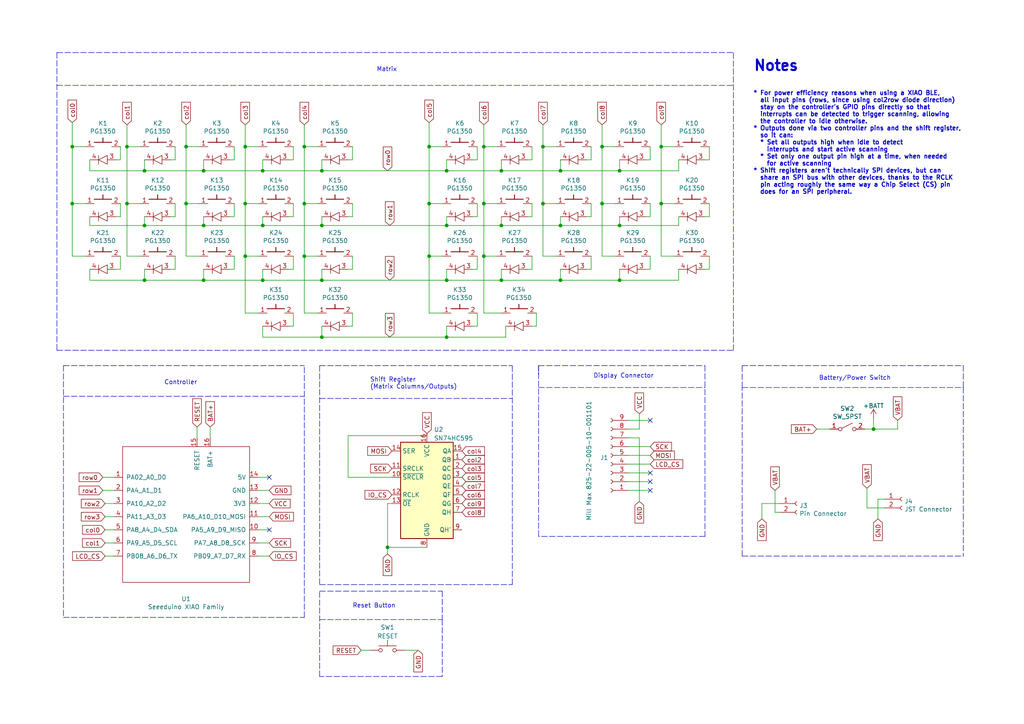
<source format=kicad_sch>
(kicad_sch (version 20211123) (generator eeschema)
  (paper "A4")
  (title_block (title "Zaphod Lite") (date "2022-06-24") (rev "v0.1"))
  (lib_symbols
    (symbol "74xx:74HC595"
      (property "Reference" "U" (at -7.62 13.97 0))
      (property "Value" "74HC595" (at -7.62 -16.51 0))
      (symbol "74HC595_1_0"
        (pin tri_state line (at 10.16 7.62 180) (length 2.54) (name "QB") (number "1"))
        (pin input line (at -10.16 2.54 0) (length 2.54) (name "~{SRCLR}") (number "10"))
        (pin input line (at -10.16 5.08 0) (length 2.54) (name "SRCLK") (number "11"))
        (pin input line (at -10.16 -2.54 0) (length 2.54) (name "RCLK") (number "12"))
        (pin input line (at -10.16 -5.08 0) (length 2.54) (name "~{OE}") (number "13"))
        (pin input line (at -10.16 10.16 0) (length 2.54) (name "SER") (number "14"))
        (pin tri_state line (at 10.16 10.16 180) (length 2.54) (name "QA") (number "15"))
        (pin power_in line (at 0 15.24 270) (length 2.54) (name "VCC") (number "16"))
        (pin tri_state line (at 10.16 5.08 180) (length 2.54) (name "QC") (number "2"))
        (pin tri_state line (at 10.16 2.54 180) (length 2.54) (name "QD") (number "3"))
        (pin tri_state line (at 10.16 0 180) (length 2.54) (name "QE") (number "4"))
        (pin tri_state line (at 10.16 -2.54 180) (length 2.54) (name "QF") (number "5"))
        (pin tri_state line (at 10.16 -5.08 180) (length 2.54) (name "QG") (number "6"))
        (pin tri_state line (at 10.16 -7.62 180) (length 2.54) (name "QH") (number "7"))
        (pin power_in line (at 0 -17.78 90) (length 2.54) (name "GND") (number "8"))
        (pin output line (at 10.16 -12.7 180) (length 2.54) (name "QH'") (number "9"))
      )
      (symbol "74HC595_1_1"
        (rectangle (start -7.62 12.7) (end 7.62 -15.24) (stroke (width 0.254)) (fill (type background)))
      )
    )
    (symbol "Connector:Conn_01x02_Female" (pin_names (offset 1.016) hide)
      (property "Reference" "J" (at 0 2.54 0))
      (property "Value" "Conn_01x02_Female" (at 0 -5.08 0))
      (symbol "Conn_01x02_Female_1_1"
        (arc (start 0 -2.032) (mid -0.508 -2.54) (end 0 -3.048) (stroke (width 0.1524)))
        (polyline (pts (xy -1.27 -2.54) (xy -0.508 -2.54)) (stroke (width 0.1524)))
        (polyline (pts (xy -1.27 0) (xy -0.508 0)) (stroke (width 0.1524)))
        (arc (start 0 0.508) (mid -0.508 0) (end 0 -0.508) (stroke (width 0.1524)))
        (pin passive line (at -5.08 0 0) (length 3.81) (name "Pin_1") (number "1"))
        (pin passive line (at -5.08 -2.54 0) (length 3.81) (name "Pin_2") (number "2"))
      )
    )
    (symbol "Connector:Conn_01x09_Female" (pin_names (offset 1.016) hide)
      (property "Reference" "J" (at 0 12.7 0))
      (property "Value" "Conn_01x09_Female" (at 0 -12.7 0))
      (symbol "Conn_01x09_Female_1_1"
        (arc (start 0 -9.652) (mid -0.508 -10.16) (end 0 -10.668) (stroke (width 0.1524)))
        (arc (start 0 -7.112) (mid -0.508 -7.62) (end 0 -8.128) (stroke (width 0.1524)))
        (arc (start 0 -4.572) (mid -0.508 -5.08) (end 0 -5.588) (stroke (width 0.1524)))
        (arc (start 0 -2.032) (mid -0.508 -2.54) (end 0 -3.048) (stroke (width 0.1524)))
        (polyline (pts (xy -1.27 -10.16) (xy -0.508 -10.16)) (stroke (width 0.1524)))
        (polyline (pts (xy -1.27 -7.62) (xy -0.508 -7.62)) (stroke (width 0.1524)))
        (polyline (pts (xy -1.27 -5.08) (xy -0.508 -5.08)) (stroke (width 0.1524)))
        (polyline (pts (xy -1.27 -2.54) (xy -0.508 -2.54)) (stroke (width 0.1524)))
        (polyline (pts (xy -1.27 0) (xy -0.508 0)) (stroke (width 0.1524)))
        (polyline (pts (xy -1.27 2.54) (xy -0.508 2.54)) (stroke (width 0.1524)))
        (polyline (pts (xy -1.27 5.08) (xy -0.508 5.08)) (stroke (width 0.1524)))
        (polyline (pts (xy -1.27 7.62) (xy -0.508 7.62)) (stroke (width 0.1524)))
        (polyline (pts (xy -1.27 10.16) (xy -0.508 10.16)) (stroke (width 0.1524)))
        (arc (start 0 0.508) (mid -0.508 0) (end 0 -0.508) (stroke (width 0.1524)))
        (arc (start 0 3.048) (mid -0.508 2.54) (end 0 2.032) (stroke (width 0.1524)))
        (arc (start 0 5.588) (mid -0.508 5.08) (end 0 4.572) (stroke (width 0.1524)))
        (arc (start 0 8.128) (mid -0.508 7.62) (end 0 7.112) (stroke (width 0.1524)))
        (arc (start 0 10.668) (mid -0.508 10.16) (end 0 9.652) (stroke (width 0.1524)))
        (pin passive line (at -5.08 10.16 0) (length 3.81) (name "Pin_1") (number "1"))
        (pin passive line (at -5.08 7.62 0) (length 3.81) (name "Pin_2") (number "2"))
        (pin passive line (at -5.08 5.08 0) (length 3.81) (name "Pin_3") (number "3"))
        (pin passive line (at -5.08 2.54 0) (length 3.81) (name "Pin_4") (number "4"))
        (pin passive line (at -5.08 0 0) (length 3.81) (name "Pin_5") (number "5"))
        (pin passive line (at -5.08 -2.54 0) (length 3.81) (name "Pin_6") (number "6"))
        (pin passive line (at -5.08 -5.08 0) (length 3.81) (name "Pin_7") (number "7"))
        (pin passive line (at -5.08 -7.62 0) (length 3.81) (name "Pin_8") (number "8"))
        (pin passive line (at -5.08 -10.16 0) (length 3.81) (name "Pin_9") (number "9"))
      )
    )
    (symbol "Seeeduino_XIAO:SeeeduinoXIAO_BLE" (pin_names (offset 1.016))
      (property "Reference" "U1" (at -0.635 -23.8506 0))
      (property "Value" "SeeeduinoXIAO_BLE" (at -0.635 -26.162 0))
      (symbol "SeeeduinoXIAO_BLE_0_1"
        (rectangle (start -19.05 20.32) (end 17.78 -19.05))
      )
      (symbol "SeeeduinoXIAO_BLE_1_1"
        (pin bidirectional line (at -21.59 11.43 0) (length 2.54) (name "PA02_A0_D0") (number "1"))
        (pin bidirectional line (at 20.32 -3.81 180) (length 2.54) (name "PA5_A9_D9_MISO") (number "10"))
        (pin bidirectional line (at 20.32 0 180) (length 2.54) (name "PA6_A10_D10_MOSI") (number "11"))
        (pin power_out line (at 20.32 3.81 180) (length 2.54) (name "3V3") (number "12"))
        (pin power_out line (at 20.32 7.62 180) (length 2.54) (name "GND") (number "13"))
        (pin power_out line (at 20.32 11.43 180) (length 2.54) (name "5V") (number "14"))
        (pin input line (at 2.54 22.86 270) (length 2.54) (name "RESET") (number "15"))
        (pin power_in line (at 6.35 22.86 270) (length 2.54) (name "BAT+") (number "16"))
        (pin bidirectional line (at -21.59 7.62 0) (length 2.54) (name "PA4_A1_D1") (number "2"))
        (pin bidirectional line (at -21.59 3.81 0) (length 2.54) (name "PA10_A2_D2") (number "3"))
        (pin unspecified line (at -21.59 0 0) (length 2.54) (name "PA11_A3_D3") (number "4"))
        (pin bidirectional line (at -21.59 -3.81 0) (length 2.54) (name "PA8_A4_D4_SDA") (number "5"))
        (pin bidirectional line (at -21.59 -7.62 0) (length 2.54) (name "PA9_A5_D5_SCL") (number "6"))
        (pin bidirectional line (at -21.59 -11.43 0) (length 2.54) (name "PB08_A6_D6_TX") (number "7"))
        (pin bidirectional line (at 20.32 -11.43 180) (length 2.54) (name "PB09_A7_D7_RX") (number "8"))
        (pin bidirectional line (at 20.32 -7.62 180) (length 2.54) (name "PA7_A8_D8_SCK") (number "9"))
      )
    )
    (symbol "Switch:SW_Push" (pin_numbers hide) (pin_names (offset 1.016) hide)
      (property "Reference" "SW" (at 1.27 2.54 0))
      (property "Value" "SW_Push" (at 0 -1.524 0))
      (symbol "SW_Push_0_1"
        (circle (center -2.032 0) (radius 0.508))
        (polyline (pts (xy 0 1.27) (xy 0 3.048)))
        (polyline (pts (xy 2.54 1.27) (xy -2.54 1.27)))
        (circle (center 2.032 0) (radius 0.508))
        (pin passive line (at -5.08 0 0) (length 2.54) (name "1") (number "1"))
        (pin passive line (at 5.08 0 180) (length 2.54) (name "2") (number "2"))
      )
    )
    (symbol "Switch:SW_SPST" (pin_names (offset 0) hide)
      (property "Reference" "SW" (at 0 3.175 0))
      (property "Value" "SW_SPST" (at 0 -2.54 0))
      (symbol "SW_SPST_0_0"
        (circle (center -2.032 0) (radius 0.508))
        (polyline (pts (xy -1.524 0.254) (xy 1.524 1.778)))
        (circle (center 2.032 0) (radius 0.508))
      )
      (symbol "SW_SPST_1_1"
        (pin passive line (at -5.08 0 0) (length 2.54) (name "A") (number "1"))
        (pin passive line (at 5.08 0 180) (length 2.54) (name "B") (number "2"))
      )
    )
    (symbol "pg1350:PG1350" (pin_names (offset 1.016))
      (property "Reference" "K" (at 0 0 0))
      (property "Value" "PG1350" (at 0 -11.43 0))
      (property "LCSC" "C2099" (at 0 0 0))
      (symbol "PG1350_0_1"
        (polyline (pts (xy -2.54 -3.81) (xy 2.54 -3.81)) (stroke (width 0.254)))
        (polyline (pts (xy -1.27 -7.62) (xy -1.27 -10.16)))
        (polyline (pts (xy 0 -2.54) (xy 0 -3.81)) (stroke (width 0.254)))
        (polyline (pts (xy 1.27 -7.62) (xy 1.27 -10.16) (xy -1.27 -8.89) (xy 1.27 -7.62)))
      )
      (symbol "PG1350_1_1"
        (pin bidirectional line (at -5.08 -5.08 0) (length 2.54) (name "~") (number "1"))
        (pin bidirectional line (at 5.08 -5.08 180) (length 2.54) (name "~") (number "2"))
        (pin output line (at 3.81 -8.89 180) (length 2.54) (name "~") (number "3"))
        (pin input line (at -3.81 -8.89 0) (length 2.54) (name "~") (number "4"))
      )
    )
    (symbol "power:+BATT" (power) (pin_names (offset 0))
      (property "Value" "+BATT" (at 0 3.556 0))
      (symbol "+BATT_0_1"
        (polyline (pts (xy -0.762 1.27) (xy 0 2.54)))
        (polyline (pts (xy 0 0) (xy 0 2.54)))
        (polyline (pts (xy 0 2.54) (xy 0.762 1.27)))
      )
      (symbol "+BATT_1_1"
        (pin power_in line (at 0 0 90) (length 0) hide (name "+BATT") (number "1"))
      )
    )
  )
  (junction (at 76.2 81.28))
  (junction (at 36.83 42.545))
  (junction (at 145.415 81.28))
  (junction (at 53.975 42.545))
  (junction (at 145.415 49.53))
  (junction (at 36.83 59.055))
  (junction (at 124.46 59.055))
  (junction (at 59.055 49.53))
  (junction (at 129.54 49.53))
  (junction (at 129.54 65.405))
  (junction (at 174.625 42.545))
  (junction (at 124.46 74.295))
  (junction (at 179.705 65.405))
  (junction (at 41.91 65.405))
  (junction (at 20.955 59.055))
  (junction (at 179.705 49.53))
  (junction (at 53.975 59.055))
  (junction (at 129.54 81.28))
  (junction (at 253.365 124.46))
  (junction (at 59.055 65.405))
  (junction (at 157.48 42.545))
  (junction (at 93.345 65.405))
  (junction (at 124.46 42.545))
  (junction (at 93.345 81.28))
  (junction (at 157.48 59.055))
  (junction (at 71.12 42.545))
  (junction (at 129.54 97.79))
  (junction (at 191.77 42.545))
  (junction (at 162.56 81.28))
  (junction (at 140.335 59.055))
  (junction (at 59.055 81.28))
  (junction (at 71.12 59.055))
  (junction (at 145.415 65.405))
  (junction (at 20.955 42.545))
  (junction (at 179.705 81.28))
  (junction (at 88.265 42.545))
  (junction (at 71.12 74.295))
  (junction (at 93.345 49.53))
  (junction (at 93.345 97.79))
  (junction (at 112.395 158.75))
  (junction (at 41.91 81.28))
  (junction (at 140.335 42.545))
  (junction (at 191.77 59.055))
  (junction (at 76.2 49.53))
  (junction (at 41.91 49.53))
  (junction (at 162.56 65.405))
  (junction (at 162.56 49.53))
  (junction (at 88.265 74.295))
  (junction (at 76.2 65.405))
  (junction (at 140.335 74.295))
  (junction (at 88.265 59.055))
  (junction (at 174.625 59.055))
  (no_connect (at 188.595 139.7))
  (no_connect (at 188.595 121.92))
  (no_connect (at 78.105 153.67))
  (no_connect (at 188.595 142.24))
  (no_connect (at 78.105 138.43))
  (no_connect (at 188.595 137.16))
  (wire (pts (xy 188.595 129.54) (xy 182.245 129.54)))
  (wire (pts (xy 85.09 42.545) (xy 85.09 46.355)))
  (wire (pts (xy 129.54 78.105) (xy 129.54 81.28)))
  (wire (pts (xy 174.625 36.195) (xy 174.625 42.545)))
  (wire (pts (xy 112.395 158.75) (xy 123.825 158.75)))
  (wire (pts (xy 102.235 94.615) (xy 100.965 94.615)))
  (wire (pts (xy 140.335 59.055) (xy 140.335 74.295)))
  (wire (pts (xy 20.955 59.055) (xy 24.765 59.055)))
  (wire (pts (xy 59.055 81.28) (xy 76.2 81.28)))
  (wire (pts (xy 179.705 49.53) (xy 196.85 49.53)))
  (wire (pts (xy 26.035 78.105) (xy 26.035 81.28)))
  (wire (pts (xy 162.56 46.355) (xy 162.56 49.53)))
  (wire (pts (xy 155.575 90.805) (xy 155.575 94.615)))
  (polyline (pts (xy 156.21 106.045) (xy 156.21 108.585)))
  (wire (pts (xy 67.945 62.865) (xy 66.675 62.865)))
  (wire (pts (xy 174.625 59.055) (xy 174.625 74.295)))
  (wire (pts (xy 85.09 94.615) (xy 83.82 94.615)))
  (wire (pts (xy 112.395 158.75) (xy 112.395 160.655)))
  (wire (pts (xy 251.46 141.605) (xy 251.46 147.32)))
  (wire (pts (xy 36.83 59.055) (xy 36.83 74.295)))
  (wire (pts (xy 102.235 46.355) (xy 100.965 46.355)))
  (polyline (pts (xy 156.21 155.575) (xy 156.21 106.045)))
  (wire (pts (xy 67.945 42.545) (xy 67.945 46.355)))
  (wire (pts (xy 59.055 46.355) (xy 59.055 49.53)))
  (wire (pts (xy 179.705 81.28) (xy 196.85 81.28)))
  (wire (pts (xy 196.85 62.865) (xy 196.85 65.405)))
  (wire (pts (xy 157.48 59.055) (xy 157.48 74.295)))
  (wire (pts (xy 253.365 124.46) (xy 260.35 124.46)))
  (wire (pts (xy 71.12 90.805) (xy 74.93 90.805)))
  (wire (pts (xy 254.635 144.78) (xy 256.54 144.78)))
  (wire (pts (xy 67.945 59.055) (xy 67.945 62.865)))
  (wire (pts (xy 154.305 46.355) (xy 153.035 46.355)))
  (wire (pts (xy 191.77 42.545) (xy 195.58 42.545)))
  (wire (pts (xy 129.54 81.28) (xy 145.415 81.28)))
  (wire (pts (xy 236.855 124.46) (xy 240.665 124.46)))
  (wire (pts (xy 30.48 149.86) (xy 33.02 149.86)))
  (polyline (pts (xy 215.265 112.395) (xy 215.265 106.045)))
  (wire (pts (xy 113.665 138.43) (xy 100.965 138.43)))
  (wire (pts (xy 71.12 36.195) (xy 71.12 42.545)))
  (wire (pts (xy 124.46 59.055) (xy 128.27 59.055)))
  (wire (pts (xy 253.365 121.285) (xy 253.365 124.46)))
  (wire (pts (xy 226.06 146.05) (xy 220.98 146.05)))
  (wire (pts (xy 59.055 62.865) (xy 59.055 65.405)))
  (polyline (pts (xy 92.71 169.545) (xy 148.59 169.545)))
  (wire (pts (xy 138.43 90.805) (xy 138.43 94.615)))
  (wire (pts (xy 155.575 94.615) (xy 154.305 94.615)))
  (polyline (pts (xy 148.59 169.545) (xy 148.59 106.045)))
  (wire (pts (xy 34.925 46.355) (xy 33.655 46.355)))
  (wire (pts (xy 88.265 74.295) (xy 88.265 90.805)))
  (wire (pts (xy 162.56 65.405) (xy 179.705 65.405)))
  (wire (pts (xy 188.595 134.62) (xy 182.245 134.62)))
  (wire (pts (xy 88.265 74.295) (xy 92.075 74.295)))
  (wire (pts (xy 124.46 74.295) (xy 128.27 74.295)))
  (wire (pts (xy 20.955 59.055) (xy 20.955 74.295)))
  (wire (pts (xy 102.235 74.295) (xy 102.235 78.105)))
  (wire (pts (xy 53.975 42.545) (xy 57.785 42.545)))
  (wire (pts (xy 138.43 42.545) (xy 138.43 46.355)))
  (polyline (pts (xy 279.4 112.395) (xy 279.4 161.29)))
  (wire (pts (xy 29.845 138.43) (xy 33.02 138.43)))
  (wire (pts (xy 26.035 65.405) (xy 41.91 65.405)))
  (polyline (pts (xy 16.51 24.765) (xy 212.725 24.765)))
  (wire (pts (xy 205.74 74.295) (xy 205.74 78.105)))
  (polyline (pts (xy 128.27 196.215) (xy 92.71 196.215)))
  (wire (pts (xy 129.54 65.405) (xy 145.415 65.405)))
  (wire (pts (xy 188.595 78.105) (xy 187.325 78.105)))
  (wire (pts (xy 100.965 138.43) (xy 100.965 126.365)))
  (wire (pts (xy 124.46 59.055) (xy 124.46 74.295)))
  (wire (pts (xy 129.54 94.615) (xy 129.54 97.79)))
  (wire (pts (xy 145.415 46.355) (xy 145.415 49.53)))
  (wire (pts (xy 145.415 65.405) (xy 162.56 65.405)))
  (wire (pts (xy 112.395 146.05) (xy 112.395 158.75)))
  (polyline (pts (xy 215.265 161.29) (xy 215.265 112.395)))
  (wire (pts (xy 50.8 59.055) (xy 50.8 62.865)))
  (wire (pts (xy 102.235 62.865) (xy 100.965 62.865)))
  (wire (pts (xy 76.2 46.355) (xy 76.2 49.53)))
  (wire (pts (xy 260.35 124.46) (xy 260.35 121.92)))
  (wire (pts (xy 104.775 188.595) (xy 107.315 188.595)))
  (wire (pts (xy 20.955 35.56) (xy 20.955 42.545)))
  (polyline (pts (xy 92.71 106.045) (xy 92.71 169.545)))
  (wire (pts (xy 71.12 90.805) (xy 71.12 74.295)))
  (wire (pts (xy 50.8 78.105) (xy 49.53 78.105)))
  (wire (pts (xy 26.035 62.865) (xy 26.035 65.405)))
  (polyline (pts (xy 16.51 15.24) (xy 212.725 15.24)))
  (wire (pts (xy 93.345 46.355) (xy 93.345 49.53)))
  (polyline (pts (xy 16.51 15.24) (xy 16.51 101.6)))
  (wire (pts (xy 36.83 59.055) (xy 40.64 59.055)))
  (wire (pts (xy 93.345 78.105) (xy 93.345 81.28)))
  (wire (pts (xy 59.055 49.53) (xy 76.2 49.53)))
  (wire (pts (xy 88.265 42.545) (xy 92.075 42.545)))
  (polyline (pts (xy 215.265 112.395) (xy 279.4 112.395)))
  (wire (pts (xy 50.8 42.545) (xy 50.8 46.355)))
  (wire (pts (xy 162.56 81.28) (xy 179.705 81.28)))
  (wire (pts (xy 41.91 46.355) (xy 41.91 49.53)))
  (wire (pts (xy 67.945 74.295) (xy 67.945 78.105)))
  (polyline (pts (xy 156.21 112.395) (xy 204.47 112.395)))
  (wire (pts (xy 174.625 42.545) (xy 178.435 42.545)))
  (wire (pts (xy 140.335 90.805) (xy 145.415 90.805)))
  (wire (pts (xy 88.265 59.055) (xy 88.265 74.295)))
  (wire (pts (xy 254.635 150.495) (xy 254.635 144.78)))
  (wire (pts (xy 171.45 59.055) (xy 171.45 62.865)))
  (polyline (pts (xy 18.415 106.045) (xy 18.415 179.07)))
  (wire (pts (xy 138.43 78.105) (xy 137.16 78.105)))
  (wire (pts (xy 76.2 65.405) (xy 93.345 65.405)))
  (wire (pts (xy 26.035 81.28) (xy 41.91 81.28)))
  (wire (pts (xy 140.335 42.545) (xy 140.335 59.055)))
  (polyline (pts (xy 204.47 155.575) (xy 156.21 155.575)))
  (wire (pts (xy 205.74 59.055) (xy 205.74 62.865)))
  (wire (pts (xy 145.415 49.53) (xy 162.56 49.53)))
  (wire (pts (xy 124.46 35.56) (xy 124.46 42.545)))
  (wire (pts (xy 179.705 46.355) (xy 179.705 49.53)))
  (polyline (pts (xy 18.415 106.045) (xy 88.265 106.045)))
  (wire (pts (xy 26.035 49.53) (xy 41.91 49.53)))
  (wire (pts (xy 188.595 42.545) (xy 188.595 46.355)))
  (wire (pts (xy 20.955 42.545) (xy 24.765 42.545)))
  (polyline (pts (xy 92.71 196.215) (xy 92.71 171.45)))
  (wire (pts (xy 171.45 42.545) (xy 171.45 46.355)))
  (wire (pts (xy 71.12 42.545) (xy 71.12 59.055)))
  (wire (pts (xy 129.54 49.53) (xy 145.415 49.53)))
  (polyline (pts (xy 92.71 171.45) (xy 128.27 171.45)))
  (wire (pts (xy 124.46 90.805) (xy 128.27 90.805)))
  (wire (pts (xy 85.09 90.805) (xy 85.09 94.615)))
  (wire (pts (xy 157.48 42.545) (xy 161.29 42.545)))
  (wire (pts (xy 188.595 139.7) (xy 182.245 139.7)))
  (wire (pts (xy 102.235 42.545) (xy 102.235 46.355)))
  (wire (pts (xy 34.925 62.865) (xy 33.655 62.865)))
  (wire (pts (xy 140.335 74.295) (xy 140.335 90.805)))
  (wire (pts (xy 171.45 78.105) (xy 170.18 78.105)))
  (wire (pts (xy 50.8 62.865) (xy 49.53 62.865)))
  (wire (pts (xy 30.48 157.48) (xy 33.02 157.48)))
  (wire (pts (xy 36.83 36.195) (xy 36.83 42.545)))
  (wire (pts (xy 41.91 78.105) (xy 41.91 81.28)))
  (wire (pts (xy 78.105 149.86) (xy 74.93 149.86)))
  (wire (pts (xy 188.595 142.24) (xy 182.245 142.24)))
  (wire (pts (xy 145.415 81.28) (xy 162.56 81.28)))
  (wire (pts (xy 76.2 97.79) (xy 93.345 97.79)))
  (wire (pts (xy 174.625 59.055) (xy 178.435 59.055)))
  (wire (pts (xy 140.335 42.545) (xy 144.145 42.545)))
  (wire (pts (xy 205.74 62.865) (xy 204.47 62.865)))
  (wire (pts (xy 196.85 78.105) (xy 196.85 81.28)))
  (wire (pts (xy 85.09 59.055) (xy 85.09 62.865)))
  (wire (pts (xy 179.705 65.405) (xy 196.85 65.405)))
  (wire (pts (xy 124.46 42.545) (xy 128.27 42.545)))
  (wire (pts (xy 53.975 36.195) (xy 53.975 42.545)))
  (wire (pts (xy 157.48 59.055) (xy 161.29 59.055)))
  (wire (pts (xy 102.235 78.105) (xy 100.965 78.105)))
  (wire (pts (xy 185.42 124.46) (xy 182.245 124.46)))
  (wire (pts (xy 78.105 161.29) (xy 74.93 161.29)))
  (wire (pts (xy 171.45 74.295) (xy 171.45 78.105)))
  (polyline (pts (xy 128.27 179.705) (xy 128.27 196.215)))
  (wire (pts (xy 154.305 78.105) (xy 153.035 78.105)))
  (wire (pts (xy 138.43 94.615) (xy 137.16 94.615)))
  (wire (pts (xy 53.975 42.545) (xy 53.975 59.055)))
  (wire (pts (xy 179.705 62.865) (xy 179.705 65.405)))
  (wire (pts (xy 129.54 46.355) (xy 129.54 49.53)))
  (wire (pts (xy 113.665 146.05) (xy 112.395 146.05)))
  (polyline (pts (xy 215.265 106.045) (xy 279.4 106.045)))
  (wire (pts (xy 34.925 78.105) (xy 33.655 78.105)))
  (wire (pts (xy 188.595 121.92) (xy 182.245 121.92)))
  (wire (pts (xy 20.955 74.295) (xy 24.765 74.295)))
  (polyline (pts (xy 18.415 114.935) (xy 88.265 114.935)))
  (wire (pts (xy 76.2 78.105) (xy 76.2 81.28)))
  (wire (pts (xy 162.56 62.865) (xy 162.56 65.405)))
  (wire (pts (xy 36.83 74.295) (xy 40.64 74.295)))
  (wire (pts (xy 93.345 49.53) (xy 129.54 49.53)))
  (wire (pts (xy 191.77 74.295) (xy 195.58 74.295)))
  (wire (pts (xy 71.12 74.295) (xy 74.93 74.295)))
  (wire (pts (xy 188.595 62.865) (xy 187.325 62.865)))
  (wire (pts (xy 76.2 62.865) (xy 76.2 65.405)))
  (wire (pts (xy 30.48 153.67) (xy 33.02 153.67)))
  (wire (pts (xy 140.335 36.195) (xy 140.335 42.545)))
  (wire (pts (xy 88.265 90.805) (xy 92.075 90.805)))
  (polyline (pts (xy 18.415 179.07) (xy 88.265 179.07)))
  (wire (pts (xy 220.98 146.05) (xy 220.98 150.495)))
  (wire (pts (xy 41.91 65.405) (xy 59.055 65.405)))
  (wire (pts (xy 100.965 126.365) (xy 123.825 126.365)))
  (wire (pts (xy 88.265 36.195) (xy 88.265 42.545)))
  (wire (pts (xy 129.54 97.79) (xy 146.685 97.79)))
  (wire (pts (xy 251.46 147.32) (xy 256.54 147.32)))
  (wire (pts (xy 154.305 42.545) (xy 154.305 46.355)))
  (wire (pts (xy 191.77 59.055) (xy 191.77 74.295)))
  (wire (pts (xy 226.06 148.59) (xy 224.79 148.59)))
  (wire (pts (xy 85.09 74.295) (xy 85.09 78.105)))
  (wire (pts (xy 30.48 146.05) (xy 33.02 146.05)))
  (wire (pts (xy 85.09 78.105) (xy 83.82 78.105)))
  (wire (pts (xy 191.77 59.055) (xy 195.58 59.055)))
  (wire (pts (xy 174.625 42.545) (xy 174.625 59.055)))
  (wire (pts (xy 157.48 74.295) (xy 161.29 74.295)))
  (wire (pts (xy 93.345 62.865) (xy 93.345 65.405)))
  (wire (pts (xy 76.2 49.53) (xy 93.345 49.53)))
  (wire (pts (xy 36.83 42.545) (xy 36.83 59.055)))
  (wire (pts (xy 60.96 123.825) (xy 60.96 127)))
  (wire (pts (xy 162.56 78.105) (xy 162.56 81.28)))
  (wire (pts (xy 78.105 157.48) (xy 74.93 157.48)))
  (polyline (pts (xy 279.4 106.045) (xy 279.4 112.395)))
  (wire (pts (xy 250.825 124.46) (xy 253.365 124.46)))
  (wire (pts (xy 138.43 46.355) (xy 137.16 46.355)))
  (wire (pts (xy 85.09 62.865) (xy 83.82 62.865)))
  (wire (pts (xy 53.975 74.295) (xy 57.785 74.295)))
  (wire (pts (xy 157.48 42.545) (xy 157.48 59.055)))
  (wire (pts (xy 138.43 74.295) (xy 138.43 78.105)))
  (wire (pts (xy 78.105 138.43) (xy 74.93 138.43)))
  (polyline (pts (xy 16.51 101.6) (xy 212.725 101.6)))
  (wire (pts (xy 154.305 59.055) (xy 154.305 62.865)))
  (wire (pts (xy 129.54 62.865) (xy 129.54 65.405)))
  (wire (pts (xy 59.055 78.105) (xy 59.055 81.28)))
  (wire (pts (xy 41.91 81.28) (xy 59.055 81.28)))
  (wire (pts (xy 123.825 126.365) (xy 123.825 125.73)))
  (wire (pts (xy 205.74 78.105) (xy 204.47 78.105)))
  (wire (pts (xy 162.56 49.53) (xy 179.705 49.53)))
  (wire (pts (xy 124.46 42.545) (xy 124.46 59.055)))
  (wire (pts (xy 185.42 127) (xy 182.245 127)))
  (wire (pts (xy 88.265 42.545) (xy 88.265 59.055)))
  (wire (pts (xy 41.91 62.865) (xy 41.91 65.405)))
  (wire (pts (xy 140.335 74.295) (xy 144.145 74.295)))
  (wire (pts (xy 71.12 59.055) (xy 71.12 74.295)))
  (wire (pts (xy 185.42 120.015) (xy 185.42 124.46)))
  (wire (pts (xy 154.305 74.295) (xy 154.305 78.105)))
  (wire (pts (xy 50.8 46.355) (xy 49.53 46.355)))
  (wire (pts (xy 171.45 62.865) (xy 170.18 62.865)))
  (wire (pts (xy 78.105 146.05) (xy 74.93 146.05)))
  (polyline (pts (xy 215.265 161.29) (xy 279.4 161.29)))
  (wire (pts (xy 188.595 59.055) (xy 188.595 62.865)))
  (wire (pts (xy 67.945 46.355) (xy 66.675 46.355)))
  (wire (pts (xy 145.415 78.105) (xy 145.415 81.28)))
  (polyline (pts (xy 128.27 171.45) (xy 128.27 179.705)))
  (wire (pts (xy 30.48 161.29) (xy 33.02 161.29)))
  (wire (pts (xy 188.595 46.355) (xy 187.325 46.355)))
  (wire (pts (xy 59.055 65.405) (xy 76.2 65.405)))
  (wire (pts (xy 34.925 74.295) (xy 34.925 78.105)))
  (wire (pts (xy 138.43 59.055) (xy 138.43 62.865)))
  (polyline (pts (xy 88.265 179.07) (xy 88.265 106.045)))
  (wire (pts (xy 117.475 188.595) (xy 121.285 188.595)))
  (wire (pts (xy 76.2 94.615) (xy 76.2 97.79)))
  (wire (pts (xy 188.595 132.08) (xy 182.245 132.08)))
  (wire (pts (xy 188.595 74.295) (xy 188.595 78.105)))
  (wire (pts (xy 124.46 90.805) (xy 124.46 74.295)))
  (wire (pts (xy 205.74 42.545) (xy 205.74 46.355)))
  (wire (pts (xy 146.685 94.615) (xy 146.685 97.79)))
  (wire (pts (xy 85.09 46.355) (xy 83.82 46.355)))
  (polyline (pts (xy 212.725 101.6) (xy 212.725 15.24)))
  (wire (pts (xy 71.12 42.545) (xy 74.93 42.545)))
  (wire (pts (xy 171.45 46.355) (xy 170.18 46.355)))
  (wire (pts (xy 102.235 90.805) (xy 102.235 94.615)))
  (wire (pts (xy 174.625 74.295) (xy 178.435 74.295)))
  (wire (pts (xy 140.335 59.055) (xy 144.145 59.055)))
  (polyline (pts (xy 204.47 106.045) (xy 204.47 155.575)))
  (wire (pts (xy 20.955 42.545) (xy 20.955 59.055)))
  (wire (pts (xy 53.975 59.055) (xy 57.785 59.055)))
  (wire (pts (xy 191.77 42.545) (xy 191.77 59.055)))
  (wire (pts (xy 145.415 62.865) (xy 145.415 65.405)))
  (polyline (pts (xy 156.21 107.95) (xy 156.21 108.585)))
  (wire (pts (xy 50.8 74.295) (xy 50.8 78.105)))
  (wire (pts (xy 41.91 49.53) (xy 59.055 49.53)))
  (wire (pts (xy 196.85 46.355) (xy 196.85 49.53)))
  (wire (pts (xy 179.705 78.105) (xy 179.705 81.28)))
  (wire (pts (xy 93.345 65.405) (xy 129.54 65.405)))
  (wire (pts (xy 93.345 81.28) (xy 129.54 81.28)))
  (wire (pts (xy 191.77 36.195) (xy 191.77 42.545)))
  (wire (pts (xy 53.975 59.055) (xy 53.975 74.295)))
  (wire (pts (xy 154.305 62.865) (xy 153.035 62.865)))
  (wire (pts (xy 188.595 137.16) (xy 182.245 137.16)))
  (wire (pts (xy 78.105 153.67) (xy 74.93 153.67)))
  (wire (pts (xy 88.265 59.055) (xy 92.075 59.055)))
  (wire (pts (xy 26.035 46.355) (xy 26.035 49.53)))
  (wire (pts (xy 57.15 123.825) (xy 57.15 127)))
  (wire (pts (xy 76.2 81.28) (xy 93.345 81.28)))
  (wire (pts (xy 93.345 97.79) (xy 129.54 97.79)))
  (polyline (pts (xy 92.71 106.045) (xy 148.59 106.045)))
  (wire (pts (xy 205.74 46.355) (xy 204.47 46.355)))
  (wire (pts (xy 102.235 59.055) (xy 102.235 62.865)))
  (wire (pts (xy 34.925 59.055) (xy 34.925 62.865)))
  (wire (pts (xy 138.43 62.865) (xy 137.16 62.865)))
  (wire (pts (xy 71.12 59.055) (xy 74.93 59.055)))
  (wire (pts (xy 157.48 36.195) (xy 157.48 42.545)))
  (polyline (pts (xy 92.71 115.57) (xy 148.59 115.57)))
  (wire (pts (xy 185.42 145.415) (xy 185.42 127)))
  (wire (pts (xy 78.105 142.24) (xy 74.93 142.24)))
  (wire (pts (xy 93.345 94.615) (xy 93.345 97.79)))
  (wire (pts (xy 29.845 142.24) (xy 33.02 142.24)))
  (wire (pts (xy 224.79 142.24) (xy 224.79 148.59)))
  (wire (pts (xy 67.945 78.105) (xy 66.675 78.105)))
  (polyline (pts (xy 92.71 179.705) (xy 128.27 179.705)))
  (wire (pts (xy 36.83 42.545) (xy 40.64 42.545)))
  (wire (pts (xy 34.925 42.545) (xy 34.925 46.355)))
  (polyline (pts (xy 156.21 106.045) (xy 204.47 106.045)))
  (text "Battery/Power Switch" (at 237.49 110.49 0) (effects (font (size 1.27 1.27)) (justify left bottom)))
  (text "Matrix" (at 109.22 20.955 0) (effects (font (size 1.27 1.27)) (justify left bottom)))
  (text "* For power efficiency reasons when using a XIAO BLE,\n  all input pins (rows, since using col2row diode direction)\n  stay on the controller's GPIO pins directly so that\n  interrupts can be detected to trigger scanning, allowing\n  the controller to idle otherwise.\n* Outputs done via two controller pins and the shift register,\n  so it can:\n  * Set all outputs high when idle to detect\n    interrupts and start active scanning\n  * Set only one output pin high at a time, when needed\n    for active scanning\n* Shift registers aren't technically SPI devices, but can\n  share an SPI bus with other devices, thanks to the RCLK\n  pin acting roughly the same way a Chip Select (CS) pin\n  does for an SPI peripheral.  " (at 218.44 56.515 0) (effects (font (size 1.27 1.27) bold) (justify left bottom)))
  (text "Reset Button" (at 102.235 176.53 0) (effects (font (size 1.27 1.27)) (justify left bottom)))
  (text "Display Connector" (at 172.085 109.855 0) (effects (font (size 1.27 1.27)) (justify left bottom)))
  (text "Notes" (at 218.44 20.955 0) (effects (font (size 3 3) (thickness 0.6) bold) (justify left bottom)))
  (text "Shift Register\n(Matrix Columns/Outputs)" (at 107.315 113.03 0) (effects (font (size 1.27 1.27)) (justify left bottom)))
  (text "Controller" (at 47.625 111.76 0) (effects (font (size 1.27 1.27)) (justify left bottom)))
  (global_label "col7" (shape input) (at 133.985 140.97 0) (property "Intersheet References" "${INTERSHEET_REFS}" (effects hide)))
  (global_label "BAT+" (shape input) (at 236.855 124.46 180) (property "Intersheet References" "${INTERSHEET_REFS}" (effects hide)))
  (global_label "GND" (shape input) (at 121.285 188.595 270) (property "Intersheet References" "${INTERSHEET_REFS}" (effects hide)))
  (global_label "SCK" (shape input) (at 78.105 157.48 0) (property "Intersheet References" "${INTERSHEET_REFS}" (effects hide)))
  (global_label "row2" (shape input) (at 30.48 146.05 180) (property "Intersheet References" "${INTERSHEET_REFS}" (effects hide)))
  (global_label "col3" (shape input) (at 133.985 135.89 0) (property "Intersheet References" "${INTERSHEET_REFS}" (effects hide)))
  (global_label "col1" (shape input) (at 36.83 36.195 90) (property "Intersheet References" "${INTERSHEET_REFS}" (effects hide)))
  (global_label "col5" (shape input) (at 124.46 35.56 90) (property "Intersheet References" "${INTERSHEET_REFS}" (effects hide)))
  (global_label "GND" (shape input) (at 78.105 142.24 0) (property "Intersheet References" "${INTERSHEET_REFS}" (effects hide)))
  (global_label "VCC" (shape input) (at 123.825 125.73 90) (property "Intersheet References" "${INTERSHEET_REFS}" (effects hide)))
  (global_label "VBAT" (shape input) (at 224.79 142.24 90) (property "Intersheet References" "${INTERSHEET_REFS}" (effects hide)))
  (global_label "col6" (shape input) (at 133.985 143.51 0) (property "Intersheet References" "${INTERSHEET_REFS}" (effects hide)))
  (global_label "col5" (shape input) (at 133.985 138.43 0) (property "Intersheet References" "${INTERSHEET_REFS}" (effects hide)))
  (global_label "row3" (shape input) (at 113.03 97.79 90) (property "Intersheet References" "${INTERSHEET_REFS}" (effects hide)))
  (global_label "VCC" (shape input) (at 78.105 146.05 0) (property "Intersheet References" "${INTERSHEET_REFS}" (effects hide)))
  (global_label "row3" (shape input) (at 30.48 149.86 180) (property "Intersheet References" "${INTERSHEET_REFS}" (effects hide)))
  (global_label "GND" (shape input) (at 220.98 150.495 270) (property "Intersheet References" "${INTERSHEET_REFS}" (effects hide)))
  (global_label "RESET" (shape input) (at 57.15 123.825 90) (property "Intersheet References" "${INTERSHEET_REFS}" (effects hide)))
  (global_label "col4" (shape input) (at 88.265 36.195 90) (property "Intersheet References" "${INTERSHEET_REFS}" (effects hide)))
  (global_label "MOSI" (shape input) (at 188.595 132.08 0) (property "Intersheet References" "${INTERSHEET_REFS}" (effects hide)))
  (global_label "row0" (shape input) (at 112.395 49.53 90) (property "Intersheet References" "${INTERSHEET_REFS}" (effects hide)))
  (global_label "col8" (shape input) (at 174.625 36.195 90) (property "Intersheet References" "${INTERSHEET_REFS}" (effects hide)))
  (global_label "row2" (shape input) (at 113.03 81.28 90) (property "Intersheet References" "${INTERSHEET_REFS}" (effects hide)))
  (global_label "row1" (shape input) (at 113.03 65.405 90) (property "Intersheet References" "${INTERSHEET_REFS}" (effects hide)))
  (global_label "col0" (shape input) (at 20.955 35.56 90) (property "Intersheet References" "${INTERSHEET_REFS}" (effects hide)))
  (global_label "VBAT" (shape input) (at 260.35 121.92 90) (property "Intersheet References" "${INTERSHEET_REFS}" (effects hide)))
  (global_label "RESET" (shape input) (at 104.775 188.595 180) (property "Intersheet References" "${INTERSHEET_REFS}" (effects hide)))
  (global_label "col9" (shape input) (at 191.77 36.195 90) (property "Intersheet References" "${INTERSHEET_REFS}" (effects hide)))
  (global_label "col1" (shape input) (at 30.48 157.48 180) (property "Intersheet References" "${INTERSHEET_REFS}" (effects hide)))
  (global_label "GND" (shape input) (at 254.635 150.495 270) (property "Intersheet References" "${INTERSHEET_REFS}" (effects hide)))
  (global_label "SCK" (shape input) (at 113.665 135.89 180) (property "Intersheet References" "${INTERSHEET_REFS}" (effects hide)))
  (global_label "col0" (shape input) (at 30.48 153.67 180) (property "Intersheet References" "${INTERSHEET_REFS}" (effects hide)))
  (global_label "VBAT" (shape input) (at 251.46 141.605 90) (property "Intersheet References" "${INTERSHEET_REFS}" (effects hide)))
  (global_label "SCK" (shape input) (at 188.595 129.54 0) (property "Intersheet References" "${INTERSHEET_REFS}" (effects hide)))
  (global_label "LCD_CS" (shape input) (at 188.595 134.62 0) (property "Intersheet References" "${INTERSHEET_REFS}" (effects hide)))
  (global_label "GND" (shape input) (at 185.42 145.415 270) (property "Intersheet References" "${INTERSHEET_REFS}" (effects hide)))
  (global_label "col6" (shape input) (at 140.335 36.195 90) (property "Intersheet References" "${INTERSHEET_REFS}" (effects hide)))
  (global_label "BAT+" (shape input) (at 60.96 123.825 90) (property "Intersheet References" "${INTERSHEET_REFS}" (effects hide)))
  (global_label "IO_CS" (shape input) (at 113.665 143.51 180) (property "Intersheet References" "${INTERSHEET_REFS}" (effects hide)))
  (global_label "col3" (shape input) (at 71.12 36.195 90) (property "Intersheet References" "${INTERSHEET_REFS}" (effects hide)))
  (global_label "GND" (shape input) (at 112.395 160.655 270) (property "Intersheet References" "${INTERSHEET_REFS}" (effects hide)))
  (global_label "col4" (shape input) (at 133.985 130.81 0) (property "Intersheet References" "${INTERSHEET_REFS}" (effects hide)))
  (global_label "row0" (shape input) (at 29.845 138.43 180) (property "Intersheet References" "${INTERSHEET_REFS}" (effects hide)))
  (global_label "col2" (shape input) (at 53.975 36.195 90) (property "Intersheet References" "${INTERSHEET_REFS}" (effects hide)))
  (global_label "LCD_CS" (shape input) (at 30.48 161.29 180) (property "Intersheet References" "${INTERSHEET_REFS}" (effects hide)))
  (global_label "col8" (shape input) (at 133.985 148.59 0) (property "Intersheet References" "${INTERSHEET_REFS}" (effects hide)))
  (global_label "row1" (shape input) (at 29.845 142.24 180) (property "Intersheet References" "${INTERSHEET_REFS}" (effects hide)))
  (global_label "VCC" (shape input) (at 185.42 120.015 90) (property "Intersheet References" "${INTERSHEET_REFS}" (effects hide)))
  (global_label "MOSI" (shape input) (at 78.105 149.86 0) (property "Intersheet References" "${INTERSHEET_REFS}" (effects hide)))
  (global_label "MOSI" (shape input) (at 113.665 130.81 180) (property "Intersheet References" "${INTERSHEET_REFS}" (effects hide)))
  (global_label "col9" (shape input) (at 133.985 146.05 0) (property "Intersheet References" "${INTERSHEET_REFS}" (effects hide)))
  (global_label "col2" (shape input) (at 133.985 133.35 0) (property "Intersheet References" "${INTERSHEET_REFS}" (effects hide)))
  (global_label "IO_CS" (shape input) (at 78.105 161.29 0) (property "Intersheet References" "${INTERSHEET_REFS}" (effects hide)))
  (global_label "col7" (shape input) (at 157.48 36.195 90) (property "Intersheet References" "${INTERSHEET_REFS}" (effects hide)))
  (symbol (lib_id "Connector:Conn_01x09_Female") (at 177.165 132.08 180) (unit 1)
    (property "Reference" "J1" (at 176.4538 132.7404 0) (effects (justify left)))
    (property "Value" "Mill Max 825-22-005-10-001101" (at 170.815 116.205 90) (effects (justify left)))
    (property "Footprint" "adafruit-memory-lcd:Adafruit_Sharp_Memory_Display_1.3in" (effects hide))
    (property "Comment" "Mill Max 825-22-005-10-001101" (effects hide))
  )
  (symbol (lib_id "pg1350:PG1350") (at 29.845 37.465 0) (unit 1)
    (property "Reference" "K1" (at 29.845 35.7632 0))
    (property "Value" "PG1350" (at 29.845 38.0746 0))
    (property "Footprint" "pg1350:PG1350" (effects hide))
    (property "LCSC" "C2099" (effects hide))
    (property "Comment" "1N4148W" (effects hide))
  )
  (symbol (lib_id "pg1350:PG1350") (at 29.845 53.975 0) (unit 1)
    (property "Reference" "K11" (at 29.845 52.2732 0))
    (property "Value" "PG1350" (at 29.845 54.5846 0))
    (property "Footprint" "pg1350:PG1350" (effects hide))
    (property "LCSC" "C2099" (effects hide))
    (property "Comment" "1N4148W" (effects hide))
  )
  (symbol (lib_id "pg1350:PG1350") (at 29.845 69.215 0) (unit 1)
    (property "Reference" "K21" (at 29.845 67.5132 0))
    (property "Value" "PG1350" (at 29.845 69.8246 0))
    (property "Footprint" "pg1350:PG1350" (effects hide))
    (property "LCSC" "C2099" (effects hide))
    (property "Comment" "1N4148W" (effects hide))
  )
  (symbol (lib_id "pg1350:PG1350") (at 45.72 37.465 0) (unit 1)
    (property "Reference" "K2" (at 45.72 35.7632 0))
    (property "Value" "PG1350" (at 45.72 38.0746 0))
    (property "Footprint" "pg1350:PG1350" (effects hide))
    (property "LCSC" "C2099" (effects hide))
    (property "Comment" "1N4148W" (effects hide))
  )
  (symbol (lib_id "pg1350:PG1350") (at 45.72 53.975 0) (unit 1)
    (property "Reference" "K12" (at 45.72 52.2732 0))
    (property "Value" "PG1350" (at 45.72 54.5846 0))
    (property "Footprint" "pg1350:PG1350" (effects hide))
    (property "LCSC" "C2099" (effects hide))
    (property "Comment" "1N4148W" (effects hide))
  )
  (symbol (lib_id "pg1350:PG1350") (at 45.72 69.215 0) (unit 1)
    (property "Reference" "K22" (at 45.72 67.5132 0))
    (property "Value" "PG1350" (at 45.72 69.8246 0))
    (property "Footprint" "pg1350:PG1350" (effects hide))
    (property "LCSC" "C2099" (effects hide))
    (property "Comment" "1N4148W" (effects hide))
  )
  (symbol (lib_id "pg1350:PG1350") (at 62.865 37.465 0) (unit 1)
    (property "Reference" "K3" (at 62.865 35.7632 0))
    (property "Value" "PG1350" (at 62.865 38.0746 0))
    (property "Footprint" "pg1350:PG1350" (effects hide))
    (property "LCSC" "C2099" (effects hide))
    (property "Comment" "1N4148W" (effects hide))
  )
  (symbol (lib_id "pg1350:PG1350") (at 62.865 53.975 0) (unit 1)
    (property "Reference" "K13" (at 62.865 52.2732 0))
    (property "Value" "PG1350" (at 62.865 54.5846 0))
    (property "Footprint" "pg1350:PG1350" (effects hide))
    (property "LCSC" "C2099" (effects hide))
    (property "Comment" "1N4148W" (effects hide))
  )
  (symbol (lib_id "pg1350:PG1350") (at 62.865 69.215 0) (unit 1)
    (property "Reference" "K23" (at 62.865 67.5132 0))
    (property "Value" "PG1350" (at 62.865 69.8246 0))
    (property "Footprint" "pg1350:PG1350" (effects hide))
    (property "LCSC" "C2099" (effects hide))
    (property "Comment" "1N4148W" (effects hide))
  )
  (symbol (lib_id "pg1350:PG1350") (at 80.01 37.465 0) (unit 1)
    (property "Reference" "K4" (at 80.01 35.7632 0))
    (property "Value" "PG1350" (at 80.01 38.0746 0))
    (property "Footprint" "pg1350:PG1350" (effects hide))
    (property "LCSC" "C2099" (effects hide))
    (property "Comment" "1N4148W" (effects hide))
  )
  (symbol (lib_id "pg1350:PG1350") (at 80.01 53.975 0) (unit 1)
    (property "Reference" "K14" (at 80.01 52.2732 0))
    (property "Value" "PG1350" (at 80.01 54.5846 0))
    (property "Footprint" "pg1350:PG1350" (effects hide))
    (property "LCSC" "C2099" (effects hide))
    (property "Comment" "1N4148W" (effects hide))
  )
  (symbol (lib_id "pg1350:PG1350") (at 80.01 69.215 0) (unit 1)
    (property "Reference" "K24" (at 80.01 67.5132 0))
    (property "Value" "PG1350" (at 80.01 69.8246 0))
    (property "Footprint" "pg1350:PG1350" (effects hide))
    (property "LCSC" "C2099" (effects hide))
    (property "Comment" "1N4148W" (effects hide))
  )
  (symbol (lib_id "pg1350:PG1350") (at 97.155 37.465 0) (unit 1)
    (property "Reference" "K5" (at 97.155 35.7632 0))
    (property "Value" "PG1350" (at 97.155 38.0746 0))
    (property "Footprint" "pg1350:PG1350" (effects hide))
    (property "LCSC" "C2099" (effects hide))
    (property "Comment" "1N4148W" (effects hide))
  )
  (symbol (lib_id "pg1350:PG1350") (at 97.155 53.975 0) (unit 1)
    (property "Reference" "K15" (at 97.155 52.2732 0))
    (property "Value" "PG1350" (at 97.155 54.5846 0))
    (property "Footprint" "pg1350:PG1350" (effects hide))
    (property "LCSC" "C2099" (effects hide))
    (property "Comment" "1N4148W" (effects hide))
  )
  (symbol (lib_id "pg1350:PG1350") (at 97.155 69.215 0) (unit 1)
    (property "Reference" "K25" (at 97.155 67.5132 0))
    (property "Value" "PG1350" (at 97.155 69.8246 0))
    (property "Footprint" "pg1350:PG1350" (effects hide))
    (property "LCSC" "C2099" (effects hide))
    (property "Comment" "1N4148W" (effects hide))
  )
  (symbol (lib_id "pg1350:PG1350") (at 80.01 85.725 0) (unit 1)
    (property "Reference" "K31" (at 80.01 84.0232 0))
    (property "Value" "PG1350" (at 80.01 86.3346 0))
    (property "Footprint" "pg1350:PG1350" (effects hide))
    (property "LCSC" "C2099" (effects hide))
    (property "Comment" "1N4148W" (effects hide))
  )
  (symbol (lib_id "pg1350:PG1350") (at 97.155 85.725 0) (unit 1)
    (property "Reference" "K32" (at 97.155 84.0232 0))
    (property "Value" "PG1350" (at 97.155 86.3346 0))
    (property "Footprint" "pg1350:PG1350" (effects hide))
    (property "LCSC" "C2099" (effects hide))
    (property "Comment" "1N4148W" (effects hide))
  )
  (symbol (lib_id "pg1350:PG1350") (at 133.35 37.465 0) (unit 1)
    (property "Reference" "K6" (at 133.35 35.7632 0))
    (property "Value" "PG1350" (at 133.35 38.0746 0))
    (property "Footprint" "pg1350:PG1350" (effects hide))
    (property "LCSC" "C2099" (effects hide))
    (property "Comment" "1N4148W" (effects hide))
  )
  (symbol (lib_id "pg1350:PG1350") (at 133.35 53.975 0) (unit 1)
    (property "Reference" "K16" (at 133.35 52.2732 0))
    (property "Value" "PG1350" (at 133.35 54.5846 0))
    (property "Footprint" "pg1350:PG1350" (effects hide))
    (property "LCSC" "C2099" (effects hide))
    (property "Comment" "1N4148W" (effects hide))
  )
  (symbol (lib_id "pg1350:PG1350") (at 133.35 69.215 0) (unit 1)
    (property "Reference" "K26" (at 133.35 67.5132 0))
    (property "Value" "PG1350" (at 133.35 69.8246 0))
    (property "Footprint" "pg1350:PG1350" (effects hide))
    (property "LCSC" "C2099" (effects hide))
    (property "Comment" "1N4148W" (effects hide))
  )
  (symbol (lib_id "pg1350:PG1350") (at 149.225 37.465 0) (unit 1)
    (property "Reference" "K7" (at 149.225 35.7632 0))
    (property "Value" "PG1350" (at 149.225 38.0746 0))
    (property "Footprint" "pg1350:PG1350" (effects hide))
    (property "LCSC" "C2099" (effects hide))
    (property "Comment" "1N4148W" (effects hide))
  )
  (symbol (lib_id "pg1350:PG1350") (at 149.225 53.975 0) (unit 1)
    (property "Reference" "K17" (at 149.225 52.2732 0))
    (property "Value" "PG1350" (at 149.225 54.5846 0))
    (property "Footprint" "pg1350:PG1350" (effects hide))
    (property "LCSC" "C2099" (effects hide))
    (property "Comment" "1N4148W" (effects hide))
  )
  (symbol (lib_id "pg1350:PG1350") (at 149.225 69.215 0) (unit 1)
    (property "Reference" "K27" (at 149.225 67.5132 0))
    (property "Value" "PG1350" (at 149.225 69.8246 0))
    (property "Footprint" "pg1350:PG1350" (effects hide))
    (property "LCSC" "C2099" (effects hide))
    (property "Comment" "1N4148W" (effects hide))
  )
  (symbol (lib_id "pg1350:PG1350") (at 166.37 37.465 0) (unit 1)
    (property "Reference" "K8" (at 166.37 35.7632 0))
    (property "Value" "PG1350" (at 166.37 38.0746 0))
    (property "Footprint" "pg1350:PG1350" (effects hide))
    (property "LCSC" "C2099" (effects hide))
    (property "Comment" "1N4148W" (effects hide))
  )
  (symbol (lib_id "pg1350:PG1350") (at 166.37 53.975 0) (unit 1)
    (property "Reference" "K18" (at 166.37 52.2732 0))
    (property "Value" "PG1350" (at 166.37 54.5846 0))
    (property "Footprint" "pg1350:PG1350" (effects hide))
    (property "LCSC" "C2099" (effects hide))
    (property "Comment" "1N4148W" (effects hide))
  )
  (symbol (lib_id "pg1350:PG1350") (at 166.37 69.215 0) (unit 1)
    (property "Reference" "K28" (at 166.37 67.5132 0))
    (property "Value" "PG1350" (at 166.37 69.8246 0))
    (property "Footprint" "pg1350:PG1350" (effects hide))
    (property "LCSC" "C2099" (effects hide))
    (property "Comment" "1N4148W" (effects hide))
  )
  (symbol (lib_id "pg1350:PG1350") (at 183.515 37.465 0) (unit 1)
    (property "Reference" "K9" (at 183.515 35.7632 0))
    (property "Value" "PG1350" (at 183.515 38.0746 0))
    (property "Footprint" "pg1350:PG1350" (effects hide))
    (property "LCSC" "C2099" (effects hide))
    (property "Comment" "1N4148W" (effects hide))
  )
  (symbol (lib_id "pg1350:PG1350") (at 183.515 53.975 0) (unit 1)
    (property "Reference" "K19" (at 183.515 52.2732 0))
    (property "Value" "PG1350" (at 183.515 54.5846 0))
    (property "Footprint" "pg1350:PG1350" (effects hide))
    (property "LCSC" "C2099" (effects hide))
    (property "Comment" "1N4148W" (effects hide))
  )
  (symbol (lib_id "pg1350:PG1350") (at 183.515 69.215 0) (unit 1)
    (property "Reference" "K29" (at 183.515 67.5132 0))
    (property "Value" "PG1350" (at 183.515 69.8246 0))
    (property "Footprint" "pg1350:PG1350" (effects hide))
    (property "LCSC" "C2099" (effects hide))
    (property "Comment" "1N4148W" (effects hide))
  )
  (symbol (lib_id "pg1350:PG1350") (at 200.66 37.465 0) (unit 1)
    (property "Reference" "K10" (at 200.66 35.7632 0))
    (property "Value" "PG1350" (at 200.66 38.0746 0))
    (property "Footprint" "pg1350:PG1350" (effects hide))
    (property "LCSC" "C2099" (effects hide))
    (property "Comment" "1N4148W" (effects hide))
  )
  (symbol (lib_id "pg1350:PG1350") (at 200.66 53.975 0) (unit 1)
    (property "Reference" "K20" (at 200.66 52.2732 0))
    (property "Value" "PG1350" (at 200.66 54.5846 0))
    (property "Footprint" "pg1350:PG1350" (effects hide))
    (property "LCSC" "C2099" (effects hide))
    (property "Comment" "1N4148W" (effects hide))
  )
  (symbol (lib_id "pg1350:PG1350") (at 200.66 69.215 0) (unit 1)
    (property "Reference" "K30" (at 200.66 67.5132 0))
    (property "Value" "PG1350" (at 200.66 69.8246 0))
    (property "Footprint" "pg1350:PG1350" (effects hide))
    (property "LCSC" "C2099" (effects hide))
    (property "Comment" "1N4148W" (effects hide))
  )
  (symbol (lib_id "pg1350:PG1350") (at 133.35 85.725 0) (unit 1)
    (property "Reference" "K33" (at 133.35 84.0232 0))
    (property "Value" "PG1350" (at 133.35 86.3346 0))
    (property "Footprint" "pg1350:PG1350" (effects hide))
    (property "LCSC" "C2099" (effects hide))
    (property "Comment" "1N4148W" (effects hide))
  )
  (symbol (lib_id "pg1350:PG1350") (at 150.495 85.725 0) (unit 1)
    (property "Reference" "K34" (at 150.495 84.0232 0))
    (property "Value" "PG1350" (at 150.495 86.3346 0))
    (property "Footprint" "pg1350:PG1350" (effects hide))
    (property "LCSC" "C2099" (effects hide))
    (property "Comment" "1N4148W" (effects hide))
  )
  (symbol (lib_id "Connector:Conn_01x02_Female") (at 231.14 146.05 0) (unit 1)
    (property "Reference" "J3" (at 231.8512 146.6596 0) (effects (justify left)))
    (property "Value" "Pin Connector" (at 231.8512 148.971 0) (effects (justify left)))
    (property "Footprint" "Connector_PinSocket_2.54mm:PinSocket_1x02_P2.54mm_Vertical" (effects hide))
  )
  (symbol (lib_id "Connector:Conn_01x02_Female") (at 261.62 144.78 0) (unit 1)
    (property "Reference" "J4" (at 262.3312 145.3896 0) (effects (justify left)))
    (property "Value" "JST Connector" (at 262.3312 147.701 0) (effects (justify left)))
    (property "Footprint" "Connector_JST:JST_PH_S2B-PH-K_1x02_P2.00mm_Horizontal" (effects hide))
    (property "LCSC" "C225207" (effects hide))
    (property "Comment" "S2B-PH-K-S(LF)(SN)" (effects hide))
  )
  (symbol (lib_id "Seeeduino_XIAO:SeeeduinoXIAO_BLE") (at 54.61 149.86 0) (unit 1)
    (property "Reference" "U1" (at 53.975 173.7106 0))
    (property "Value" "Seeeduino XIAO Family" (at 53.975 176.022 0))
    (property "Footprint" "zaphod:Seeeduino XIAO-MOUDLE14P-2.54-21X17.8MM" (effects hide))
    (property "Comment" "Pogos: 0906-2-15-20-75-14-11-0, Headers: 310-43-107-41-001000" (effects hide))
  )
  (symbol (lib_id "Switch:SW_SPST") (at 245.745 124.46 0) (unit 1)
    (property "Reference" "SW2" (at 245.745 118.491 0))
    (property "Value" "SW_SPST" (at 245.745 120.8024 0))
    (property "Footprint" "MSK-12C02:MSK-12C02" (effects hide))
  )
  (symbol (lib_id "74xx:74HC595") (at 123.825 140.97 0) (unit 1)
    (property "Reference" "U2" (at 125.8444 124.5702 0) (effects (justify left)))
    (property "Value" "SN74HC595" (at 125.8444 127.1071 0) (effects (justify left)))
    (property "Footprint" "Package_SO:SOIC-16_3.9x9.9mm_P1.27mm" (effects hide))
    (property "Datasheet" "http://www.ti.com/lit/ds/symlink/sn74hc595.pdf" (effects hide))
    (property "Comment" "SN74HC595DRG3" (effects hide))
  )
  (symbol (lib_id "Switch:SW_Push") (at 112.395 188.595 0) (unit 1)
    (property "Reference" "SW1" (at 112.395 181.9742 0))
    (property "Value" "RESET" (at 112.395 184.5111 0))
    (property "Footprint" "zaphod:EVQPUC02K" (effects hide))
  )
  (symbol (lib_id "power:+BATT") (at 253.365 121.285 0) (mirror y) (unit 1)
    (property "Reference" "#PWR0101" (effects hide))
    (property "Value" "+BATT" (at 253.365 117.7092 0))
  )
)
</source>
